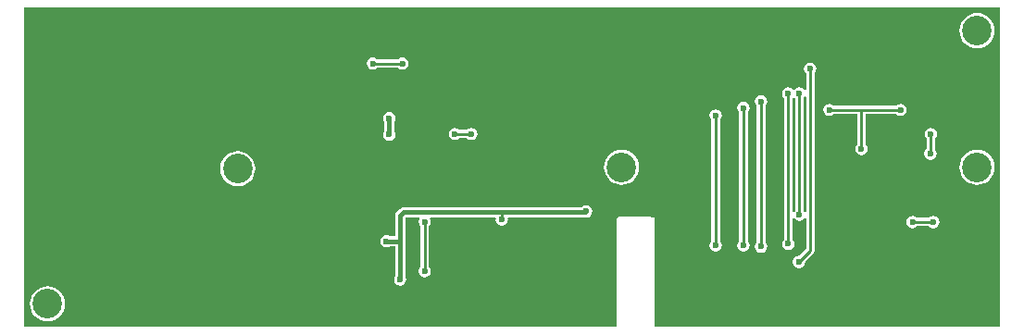
<source format=gbl>
G04*
G04 #@! TF.GenerationSoftware,Altium Limited,Altium Designer,18.0.9 (584)*
G04*
G04 Layer_Physical_Order=2*
G04 Layer_Color=16711680*
%FSLAX25Y25*%
%MOIN*%
G70*
G01*
G75*
%ADD12C,0.01500*%
%ADD13C,0.01000*%
%ADD59C,0.10630*%
%ADD60C,0.02362*%
G36*
X352801Y33465D02*
Y1529D01*
X228346Y1529D01*
X228346Y40966D01*
X227294Y40956D01*
X226963Y41177D01*
X226378Y41293D01*
X216142D01*
X215557Y41177D01*
X215060Y40845D01*
X214729Y40349D01*
X214612Y39764D01*
Y1529D01*
X1529D01*
Y116581D01*
X352801D01*
Y33465D01*
D02*
G37*
%LPC*%
G36*
X344488Y114613D02*
X343250Y114491D01*
X342060Y114130D01*
X340963Y113544D01*
X340001Y112755D01*
X339212Y111793D01*
X338626Y110696D01*
X338265Y109506D01*
X338143Y108268D01*
X338265Y107030D01*
X338626Y105839D01*
X339212Y104742D01*
X340001Y103781D01*
X340963Y102992D01*
X342060Y102405D01*
X343250Y102044D01*
X344488Y101922D01*
X345726Y102044D01*
X346917Y102405D01*
X348014Y102992D01*
X348975Y103781D01*
X349764Y104742D01*
X350351Y105839D01*
X350712Y107030D01*
X350834Y108268D01*
X350712Y109506D01*
X350351Y110696D01*
X349764Y111793D01*
X348975Y112755D01*
X348014Y113544D01*
X346917Y114130D01*
X345726Y114491D01*
X344488Y114613D01*
D02*
G37*
G36*
X137662Y98681D02*
X136811Y98511D01*
X136090Y98029D01*
X136061Y97986D01*
X128570D01*
X128541Y98029D01*
X127820Y98511D01*
X126969Y98681D01*
X126118Y98511D01*
X125396Y98029D01*
X124914Y97308D01*
X124745Y96457D01*
X124914Y95606D01*
X125396Y94884D01*
X126118Y94402D01*
X126969Y94233D01*
X127820Y94402D01*
X128541Y94884D01*
X128570Y94927D01*
X136061D01*
X136090Y94884D01*
X136811Y94402D01*
X137662Y94233D01*
X138513Y94402D01*
X139234Y94884D01*
X139717Y95606D01*
X139886Y96457D01*
X139717Y97308D01*
X139234Y98029D01*
X138513Y98511D01*
X137662Y98681D01*
D02*
G37*
G36*
X284449Y96712D02*
X283598Y96543D01*
X282876Y96061D01*
X282394Y95339D01*
X282225Y94488D01*
X282394Y93637D01*
X282876Y92916D01*
X282919Y92887D01*
Y86853D01*
X282419Y86701D01*
X282084Y87202D01*
X281363Y87685D01*
X280512Y87854D01*
X279661Y87685D01*
X278939Y87202D01*
X278793Y86984D01*
X278293D01*
X278147Y87202D01*
X277426Y87685D01*
X276575Y87854D01*
X275724Y87685D01*
X275002Y87202D01*
X274520Y86481D01*
X274351Y85630D01*
X274520Y84779D01*
X275002Y84057D01*
X275045Y84029D01*
Y33097D01*
X275002Y33068D01*
X274520Y32347D01*
X274351Y31496D01*
X274520Y30645D01*
X275002Y29924D01*
X275724Y29441D01*
X276575Y29272D01*
X277426Y29441D01*
X278147Y29924D01*
X278629Y30645D01*
X278799Y31496D01*
X278629Y32347D01*
X278147Y33068D01*
X278104Y33097D01*
Y40667D01*
X278604Y40819D01*
X278939Y40317D01*
X279661Y39835D01*
X280512Y39666D01*
X281363Y39835D01*
X282084Y40317D01*
X282419Y40819D01*
X282919Y40667D01*
Y29689D01*
X280445Y27214D01*
X280394Y27224D01*
X279543Y27055D01*
X278821Y26572D01*
X278339Y25851D01*
X278170Y25000D01*
X278339Y24149D01*
X278821Y23427D01*
X279543Y22945D01*
X280394Y22776D01*
X281245Y22945D01*
X281966Y23427D01*
X282448Y24149D01*
X282617Y25000D01*
X282607Y25051D01*
X285530Y27974D01*
X285862Y28470D01*
X285978Y29055D01*
Y92887D01*
X286021Y92916D01*
X286503Y93637D01*
X286673Y94488D01*
X286503Y95339D01*
X286021Y96061D01*
X285300Y96543D01*
X284449Y96712D01*
D02*
G37*
G36*
X316929Y81948D02*
X316078Y81779D01*
X315357Y81297D01*
X315328Y81254D01*
X292940D01*
X292911Y81297D01*
X292190Y81779D01*
X291339Y81948D01*
X290488Y81779D01*
X289766Y81297D01*
X289284Y80575D01*
X289115Y79724D01*
X289284Y78873D01*
X289766Y78152D01*
X290488Y77670D01*
X291339Y77501D01*
X292190Y77670D01*
X292911Y78152D01*
X292940Y78195D01*
X301345D01*
Y67271D01*
X301302Y67242D01*
X300819Y66520D01*
X300650Y65669D01*
X300819Y64818D01*
X301302Y64097D01*
X302023Y63615D01*
X302874Y63446D01*
X303725Y63615D01*
X304447Y64097D01*
X304929Y64818D01*
X305098Y65669D01*
X304929Y66520D01*
X304447Y67242D01*
X304403Y67271D01*
Y78195D01*
X315328D01*
X315357Y78152D01*
X316078Y77670D01*
X316929Y77501D01*
X317780Y77670D01*
X318502Y78152D01*
X318984Y78873D01*
X319153Y79724D01*
X318984Y80575D01*
X318502Y81297D01*
X317780Y81779D01*
X316929Y81948D01*
D02*
G37*
G36*
X162402Y73288D02*
X161550Y73119D01*
X160829Y72637D01*
X160800Y72594D01*
X158097D01*
X158069Y72637D01*
X157347Y73119D01*
X156496Y73288D01*
X155645Y73119D01*
X154924Y72637D01*
X154441Y71915D01*
X154272Y71064D01*
X154441Y70213D01*
X154924Y69492D01*
X155645Y69010D01*
X156496Y68840D01*
X157347Y69010D01*
X158069Y69492D01*
X158097Y69535D01*
X160800D01*
X160829Y69492D01*
X161550Y69010D01*
X162402Y68840D01*
X163253Y69010D01*
X163974Y69492D01*
X164456Y70213D01*
X164625Y71064D01*
X164456Y71915D01*
X163974Y72637D01*
X163253Y73119D01*
X162402Y73288D01*
D02*
G37*
G36*
X132874Y78996D02*
X132023Y78826D01*
X131301Y78344D01*
X130819Y77623D01*
X130650Y76772D01*
X130819Y75921D01*
X131090Y75516D01*
Y72122D01*
X130819Y71717D01*
X130650Y70866D01*
X130819Y70015D01*
X131301Y69294D01*
X132023Y68812D01*
X132874Y68642D01*
X133725Y68812D01*
X134447Y69294D01*
X134929Y70015D01*
X135098Y70866D01*
X134929Y71717D01*
X134658Y72122D01*
Y75516D01*
X134929Y75921D01*
X135098Y76772D01*
X134929Y77623D01*
X134447Y78344D01*
X133725Y78826D01*
X132874Y78996D01*
D02*
G37*
G36*
X327889Y73288D02*
X327038Y73119D01*
X326317Y72637D01*
X325835Y71915D01*
X325665Y71064D01*
X325835Y70213D01*
X326317Y69492D01*
X326360Y69463D01*
Y65667D01*
X326183Y65549D01*
X325701Y64827D01*
X325532Y63976D01*
X325701Y63125D01*
X326183Y62404D01*
X326905Y61922D01*
X327756Y61752D01*
X328607Y61922D01*
X329328Y62404D01*
X329811Y63125D01*
X329980Y63976D01*
X329811Y64827D01*
X329418Y65414D01*
Y69463D01*
X329462Y69492D01*
X329944Y70213D01*
X330113Y71064D01*
X329944Y71915D01*
X329462Y72637D01*
X328740Y73119D01*
X327889Y73288D01*
D02*
G37*
G36*
X344488Y65401D02*
X343250Y65279D01*
X342060Y64918D01*
X340963Y64331D01*
X340001Y63542D01*
X339212Y62581D01*
X338626Y61484D01*
X338265Y60293D01*
X338143Y59055D01*
X338265Y57817D01*
X338626Y56627D01*
X339212Y55530D01*
X340001Y54568D01*
X340963Y53779D01*
X342060Y53193D01*
X343250Y52832D01*
X344488Y52710D01*
X345726Y52832D01*
X346917Y53193D01*
X348014Y53779D01*
X348975Y54568D01*
X349764Y55530D01*
X350351Y56627D01*
X350712Y57817D01*
X350834Y59055D01*
X350712Y60293D01*
X350351Y61484D01*
X349764Y62581D01*
X348975Y63542D01*
X348014Y64331D01*
X346917Y64918D01*
X345726Y65279D01*
X344488Y65401D01*
D02*
G37*
G36*
X216543D02*
X215305Y65279D01*
X214114Y64918D01*
X213017Y64331D01*
X212056Y63542D01*
X211266Y62581D01*
X210680Y61484D01*
X210319Y60293D01*
X210197Y59055D01*
X210319Y57817D01*
X210680Y56627D01*
X211266Y55530D01*
X212056Y54568D01*
X213017Y53779D01*
X214114Y53193D01*
X215305Y52832D01*
X216543Y52710D01*
X217780Y52832D01*
X218971Y53193D01*
X220068Y53779D01*
X221029Y54568D01*
X221819Y55530D01*
X222405Y56627D01*
X222766Y57817D01*
X222888Y59055D01*
X222766Y60293D01*
X222405Y61484D01*
X221819Y62581D01*
X221029Y63542D01*
X220068Y64331D01*
X218971Y64918D01*
X217780Y65279D01*
X216543Y65401D01*
D02*
G37*
G36*
X78347Y64928D02*
X77109Y64806D01*
X75918Y64445D01*
X74821Y63859D01*
X73860Y63070D01*
X73070Y62108D01*
X72484Y61011D01*
X72123Y59821D01*
X72001Y58583D01*
X72123Y57345D01*
X72484Y56154D01*
X73070Y55057D01*
X73860Y54096D01*
X74821Y53307D01*
X75918Y52720D01*
X77109Y52359D01*
X78347Y52237D01*
X79584Y52359D01*
X80775Y52720D01*
X81872Y53307D01*
X82833Y54096D01*
X83623Y55057D01*
X84209Y56154D01*
X84570Y57345D01*
X84692Y58583D01*
X84570Y59821D01*
X84209Y61011D01*
X83623Y62108D01*
X82833Y63070D01*
X81872Y63859D01*
X80775Y64445D01*
X79584Y64806D01*
X78347Y64928D01*
D02*
G37*
G36*
X203800Y45398D02*
X202949Y45229D01*
X202228Y44747D01*
X202160Y44645D01*
X138073D01*
X137390Y44509D01*
X136811Y44122D01*
X136811Y44122D01*
X135549Y42861D01*
X135163Y42282D01*
X135027Y41599D01*
Y34265D01*
X133145D01*
X132741Y34535D01*
X131890Y34704D01*
X131039Y34535D01*
X130317Y34053D01*
X129835Y33331D01*
X129666Y32480D01*
X129835Y31629D01*
X130317Y30908D01*
X131039Y30426D01*
X131890Y30257D01*
X132741Y30426D01*
X133145Y30696D01*
X135027D01*
Y19956D01*
X134757Y19552D01*
X134587Y18701D01*
X134757Y17850D01*
X135239Y17128D01*
X135960Y16646D01*
X136811Y16477D01*
X137662Y16646D01*
X138383Y17128D01*
X138866Y17850D01*
X139035Y18701D01*
X138866Y19552D01*
X138595Y19956D01*
Y32480D01*
Y40860D01*
X138812Y41076D01*
X143585D01*
X143852Y40576D01*
X143615Y40221D01*
X143446Y39370D01*
X143615Y38519D01*
X144097Y37798D01*
X144140Y37769D01*
Y23255D01*
X144097Y23226D01*
X143615Y22505D01*
X143446Y21654D01*
X143615Y20802D01*
X144097Y20081D01*
X144818Y19599D01*
X145669Y19430D01*
X146520Y19599D01*
X147242Y20081D01*
X147724Y20802D01*
X147893Y21654D01*
X147724Y22505D01*
X147242Y23226D01*
X147199Y23255D01*
Y37769D01*
X147242Y37798D01*
X147724Y38519D01*
X147893Y39370D01*
X147724Y40221D01*
X147486Y40576D01*
X147754Y41076D01*
X170862D01*
X171272Y40576D01*
X171201Y40221D01*
X171371Y39370D01*
X171853Y38649D01*
X172574Y38167D01*
X173425Y37997D01*
X174276Y38167D01*
X174998Y38649D01*
X175480Y39370D01*
X175649Y40221D01*
X175578Y40576D01*
X175989Y41076D01*
X203168D01*
X203800Y40951D01*
X204651Y41120D01*
X205373Y41602D01*
X205855Y42323D01*
X206024Y43174D01*
X205855Y44025D01*
X205373Y44747D01*
X204651Y45229D01*
X203800Y45398D01*
D02*
G37*
G36*
X328740Y41594D02*
X327889Y41425D01*
X327168Y40943D01*
X327139Y40900D01*
X322861D01*
X322832Y40943D01*
X322111Y41425D01*
X321260Y41594D01*
X320409Y41425D01*
X319687Y40943D01*
X319205Y40221D01*
X319036Y39370D01*
X319205Y38519D01*
X319687Y37798D01*
X320409Y37315D01*
X321260Y37146D01*
X322111Y37315D01*
X322832Y37798D01*
X322861Y37841D01*
X327139D01*
X327168Y37798D01*
X327889Y37315D01*
X328740Y37146D01*
X329591Y37315D01*
X330313Y37798D01*
X330795Y38519D01*
X330964Y39370D01*
X330795Y40221D01*
X330313Y40943D01*
X329591Y41425D01*
X328740Y41594D01*
D02*
G37*
G36*
X260394Y82661D02*
X259543Y82492D01*
X258821Y82010D01*
X258339Y81288D01*
X258170Y80437D01*
X258339Y79586D01*
X258821Y78865D01*
X258864Y78836D01*
Y32507D01*
X258821Y32478D01*
X258339Y31756D01*
X258170Y30906D01*
X258339Y30055D01*
X258821Y29333D01*
X259543Y28851D01*
X260394Y28682D01*
X261245Y28851D01*
X261966Y29333D01*
X262448Y30055D01*
X262617Y30906D01*
X262448Y31756D01*
X261966Y32478D01*
X261923Y32507D01*
Y78836D01*
X261966Y78865D01*
X262448Y79586D01*
X262617Y80437D01*
X262448Y81288D01*
X261966Y82010D01*
X261245Y82492D01*
X260394Y82661D01*
D02*
G37*
G36*
X250394Y79980D02*
X249543Y79811D01*
X248821Y79328D01*
X248339Y78607D01*
X248170Y77756D01*
X248339Y76905D01*
X248821Y76183D01*
X248864Y76155D01*
Y32507D01*
X248821Y32478D01*
X248339Y31756D01*
X248170Y30906D01*
X248339Y30055D01*
X248821Y29333D01*
X249543Y28851D01*
X250394Y28682D01*
X251245Y28851D01*
X251966Y29333D01*
X252448Y30055D01*
X252618Y30906D01*
X252448Y31756D01*
X251966Y32478D01*
X251923Y32507D01*
Y76155D01*
X251966Y76183D01*
X252448Y76905D01*
X252618Y77756D01*
X252448Y78607D01*
X251966Y79328D01*
X251245Y79811D01*
X250394Y79980D01*
D02*
G37*
G36*
X266732Y85019D02*
X265881Y84850D01*
X265160Y84368D01*
X264678Y83646D01*
X264508Y82795D01*
X264678Y81944D01*
X265160Y81223D01*
X265203Y81194D01*
Y32113D01*
X265160Y32084D01*
X264678Y31363D01*
X264508Y30512D01*
X264678Y29661D01*
X265160Y28939D01*
X265881Y28457D01*
X266732Y28288D01*
X267583Y28457D01*
X268305Y28939D01*
X268787Y29661D01*
X268956Y30512D01*
X268787Y31363D01*
X268305Y32084D01*
X268262Y32113D01*
Y81194D01*
X268305Y81223D01*
X268787Y81944D01*
X268956Y82795D01*
X268787Y83646D01*
X268305Y84368D01*
X267583Y84850D01*
X266732Y85019D01*
D02*
G37*
G36*
X9843Y16188D02*
X8605Y16066D01*
X7414Y15705D01*
X6317Y15119D01*
X5356Y14330D01*
X4566Y13368D01*
X3980Y12271D01*
X3619Y11080D01*
X3497Y9843D01*
X3619Y8605D01*
X3980Y7414D01*
X4566Y6317D01*
X5356Y5356D01*
X6317Y4566D01*
X7414Y3980D01*
X8605Y3619D01*
X9843Y3497D01*
X11080Y3619D01*
X12271Y3980D01*
X13368Y4566D01*
X14330Y5356D01*
X15119Y6317D01*
X15705Y7414D01*
X16066Y8605D01*
X16188Y9843D01*
X16066Y11080D01*
X15705Y12271D01*
X15119Y13368D01*
X14330Y14330D01*
X13368Y15119D01*
X12271Y15705D01*
X11080Y16066D01*
X9843Y16188D01*
D02*
G37*
%LPD*%
G36*
X278982Y83854D02*
Y43491D01*
X278939Y43462D01*
X278604Y42961D01*
X278104Y43112D01*
Y84029D01*
X278147Y84057D01*
X278164Y84083D01*
X278733Y84119D01*
X278982Y83854D01*
D02*
G37*
G36*
X282919Y84407D02*
Y43112D01*
X282419Y42961D01*
X282084Y43462D01*
X282041Y43491D01*
Y84029D01*
X282084Y84057D01*
X282419Y84559D01*
X282919Y84407D01*
D02*
G37*
D12*
X173228Y42861D02*
X203487D01*
X138073D02*
X173228D01*
X203487D02*
X203800Y43174D01*
X136811Y41599D02*
X138073Y42861D01*
X136811Y32480D02*
Y41599D01*
X131890Y32480D02*
X136811D01*
X132874Y70866D02*
Y76772D01*
X136811Y18701D02*
Y32480D01*
D13*
X126969Y96457D02*
X137662D01*
X173228Y42861D02*
X173425Y42664D01*
Y40221D02*
Y42664D01*
X284449Y29055D02*
Y94488D01*
X280394Y25000D02*
X284449Y29055D01*
X291339Y79724D02*
X303150D01*
X327756Y63976D02*
X327889Y64110D01*
Y71064D01*
X280512Y42126D02*
Y85630D01*
X280394Y42008D02*
X280512Y42126D01*
X145669Y21654D02*
Y39370D01*
X303150Y79724D02*
X316929D01*
X302874Y79449D02*
X303150Y79724D01*
X302874Y65669D02*
Y79449D01*
X250000Y31299D02*
X250394Y31693D01*
Y77756D01*
X276575Y31496D02*
Y85630D01*
X280394Y42008D02*
X280512Y41890D01*
X266732Y30512D02*
Y82795D01*
X260394Y30906D02*
Y80437D01*
X250000Y31299D02*
X250394Y30906D01*
X156496Y71064D02*
X162402D01*
X321260Y39370D02*
X328740D01*
D59*
X344488Y108268D02*
D03*
X216543Y59055D02*
D03*
X344488D02*
D03*
X78347Y58583D02*
D03*
X9843Y9843D02*
D03*
D60*
X211755Y95823D02*
D03*
X145276Y78812D02*
D03*
X137662Y96457D02*
D03*
X126969D02*
D03*
X173425Y40221D02*
D03*
X203800Y43174D02*
D03*
X300394Y24766D02*
D03*
X284449Y94488D02*
D03*
X280394Y25000D02*
D03*
X101614Y28543D02*
D03*
Y35433D02*
D03*
X302874Y60479D02*
D03*
X291339Y79724D02*
D03*
X327889Y71064D02*
D03*
X292521Y67589D02*
D03*
X327756Y63976D02*
D03*
X304134Y47746D02*
D03*
X101614Y31811D02*
D03*
X132874Y76772D02*
D03*
Y70866D02*
D03*
X142598Y47638D02*
D03*
X136811Y18701D02*
D03*
X131890Y32480D02*
D03*
X169528Y58819D02*
D03*
X174528Y58583D02*
D03*
X164528Y58898D02*
D03*
X263779Y57403D02*
D03*
X247047Y56694D02*
D03*
X145669Y39370D02*
D03*
Y21654D02*
D03*
X316929Y79724D02*
D03*
X350394Y24606D02*
D03*
X290394Y24727D02*
D03*
X250394Y77756D02*
D03*
X276575Y85630D02*
D03*
Y31496D02*
D03*
X280512Y85630D02*
D03*
X266732Y82795D02*
D03*
X260394Y80437D02*
D03*
X266732Y30512D02*
D03*
X260394Y30906D02*
D03*
X250394D02*
D03*
X280512Y41890D02*
D03*
X184646Y25118D02*
D03*
X192520Y25000D02*
D03*
X194528Y59055D02*
D03*
X156496Y71064D02*
D03*
X162402D02*
D03*
X316929Y91535D02*
D03*
X291339D02*
D03*
X302874Y65669D02*
D03*
X321260Y39370D02*
D03*
X328740D02*
D03*
X322835Y52165D02*
D03*
M02*

</source>
